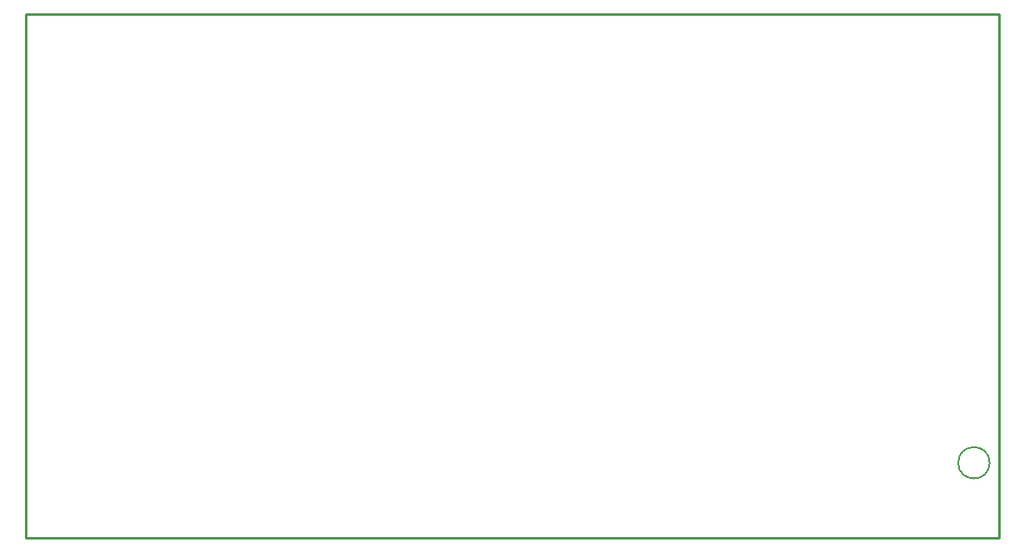
<source format=gm1>
G04 Layer_Color=16711935*
%FSLAX25Y25*%
%MOIN*%
G70*
G01*
G75*
%ADD38C,0.01000*%
%ADD61C,0.00500*%
D38*
X0Y0D02*
Y210000D01*
X380000Y0D02*
X390000D01*
Y150000D01*
Y210000D01*
X0Y0D02*
X380000D01*
X0Y210000D02*
X390000D01*
D61*
X386299Y30000D02*
G03*
X386299Y30000I-6299J0D01*
G01*
M02*

</source>
